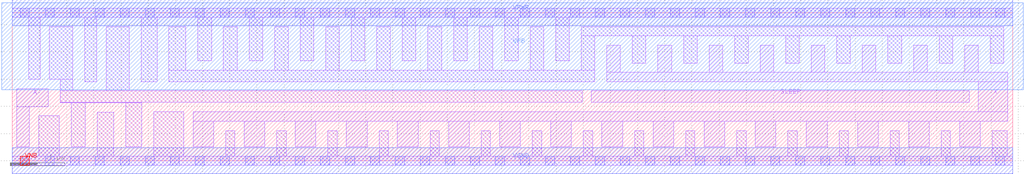
<source format=lef>
# Copyright 2020 The SkyWater PDK Authors
#
# Licensed under the Apache License, Version 2.0 (the "License");
# you may not use this file except in compliance with the License.
# You may obtain a copy of the License at
#
#     https://www.apache.org/licenses/LICENSE-2.0
#
# Unless required by applicable law or agreed to in writing, software
# distributed under the License is distributed on an "AS IS" BASIS,
# WITHOUT WARRANTIES OR CONDITIONS OF ANY KIND, either express or implied.
# See the License for the specific language governing permissions and
# limitations under the License.
#
# SPDX-License-Identifier: Apache-2.0

VERSION 5.7 ;
  NOWIREEXTENSIONATPIN ON ;
  DIVIDERCHAR "/" ;
  BUSBITCHARS "[]" ;
PROPERTYDEFINITIONS
  MACRO maskLayoutSubType STRING ;
  MACRO prCellType STRING ;
  MACRO originalViewName STRING ;
END PROPERTYDEFINITIONS
MACRO sky130_fd_sc_hdll__isobufsrc_16
  CLASS CORE ;
  FOREIGN sky130_fd_sc_hdll__isobufsrc_16 ;
  ORIGIN  0.000000  0.000000 ;
  SIZE  18.40000 BY  2.720000 ;
  SYMMETRY X Y R90 ;
  SITE unithd ;
  PIN A
    ANTENNAGATEAREA  1.110000 ;
    DIRECTION INPUT ;
    USE SIGNAL ;
    PORT
      LAYER li1 ;
        RECT 0.085000 0.255000 0.315000 0.995000 ;
        RECT 0.085000 0.995000 0.665000 1.325000 ;
    END
  END A
  PIN SLEEP
    ANTENNAGATEAREA  4.440000 ;
    DIRECTION INPUT ;
    USE SIGNAL ;
    PORT
      LAYER li1 ;
        RECT 10.650000 1.075000 17.600000 1.285000 ;
    END
  END SLEEP
  PIN VNB
    PORT
      LAYER pwell ;
        RECT 0.145000 -0.085000 0.315000 0.085000 ;
    END
  END VNB
  PIN VPB
    PORT
      LAYER nwell ;
        RECT -0.190000 1.305000 18.590000 2.910000 ;
    END
  END VPB
  PIN X
    ANTENNADIFFAREA  5.713000 ;
    DIRECTION OUTPUT ;
    USE SIGNAL ;
    PORT
      LAYER li1 ;
        RECT  3.325000 0.255000  3.705000 0.725000 ;
        RECT  3.325000 0.725000 18.305000 0.905000 ;
        RECT  4.265000 0.255000  4.645000 0.725000 ;
        RECT  5.205000 0.255000  5.585000 0.725000 ;
        RECT  6.145000 0.255000  6.525000 0.725000 ;
        RECT  7.085000 0.255000  7.465000 0.725000 ;
        RECT  8.025000 0.255000  8.405000 0.725000 ;
        RECT  8.965000 0.255000  9.345000 0.725000 ;
        RECT  9.905000 0.255000 10.285000 0.725000 ;
        RECT 10.845000 0.255000 11.225000 0.725000 ;
        RECT 10.935000 1.455000 18.305000 1.625000 ;
        RECT 10.935000 1.625000 11.185000 2.125000 ;
        RECT 11.785000 0.255000 12.165000 0.725000 ;
        RECT 11.875000 1.625000 12.125000 2.125000 ;
        RECT 12.725000 0.255000 13.105000 0.725000 ;
        RECT 12.815000 1.625000 13.065000 2.125000 ;
        RECT 13.665000 0.255000 14.045000 0.725000 ;
        RECT 13.755000 1.625000 14.005000 2.125000 ;
        RECT 14.605000 0.255000 14.985000 0.725000 ;
        RECT 14.695000 1.625000 14.945000 2.125000 ;
        RECT 15.545000 0.255000 15.925000 0.725000 ;
        RECT 15.635000 1.625000 15.885000 2.125000 ;
        RECT 16.485000 0.255000 16.865000 0.725000 ;
        RECT 16.575000 1.625000 16.825000 2.125000 ;
        RECT 17.425000 0.255000 17.805000 0.725000 ;
        RECT 17.515000 1.625000 17.765000 2.125000 ;
        RECT 17.770000 0.905000 18.305000 1.455000 ;
    END
  END X
  PIN VGND
    DIRECTION INOUT ;
    USE GROUND ;
    PORT
      LAYER met1 ;
        RECT 0.000000 -0.240000 18.400000 0.240000 ;
    END
  END VGND
  PIN VPWR
    DIRECTION INOUT ;
    USE POWER ;
    PORT
      LAYER met1 ;
        RECT 0.000000 2.480000 18.400000 2.960000 ;
    END
  END VPWR
  OBS
    LAYER li1 ;
      RECT  0.000000 -0.085000 18.400000 0.085000 ;
      RECT  0.000000  2.635000 18.400000 2.805000 ;
      RECT  0.300000  1.495000  0.515000 2.635000 ;
      RECT  0.485000  0.085000  0.865000 0.825000 ;
      RECT  0.685000  1.495000  1.115000 2.465000 ;
      RECT  0.885000  1.065000  2.385000 1.075000 ;
      RECT  0.885000  1.075000 10.480000 1.285000 ;
      RECT  0.885000  1.285000  1.115000 1.495000 ;
      RECT  1.085000  0.255000  1.345000 1.065000 ;
      RECT  1.335000  1.455000  1.555000 2.635000 ;
      RECT  1.565000  0.085000  1.865000 0.895000 ;
      RECT  1.725000  1.285000  2.155000 2.465000 ;
      RECT  2.085000  0.255000  2.385000 1.065000 ;
      RECT  2.375000  1.455000  2.670000 2.635000 ;
      RECT  2.605000  0.085000  3.155000 0.905000 ;
      RECT  2.875000  1.455000 10.715000 1.665000 ;
      RECT  2.875000  1.665000  3.195000 2.465000 ;
      RECT  3.415000  1.835000  3.665000 2.635000 ;
      RECT  3.885000  1.665000  4.135000 2.465000 ;
      RECT  3.925000  0.085000  4.095000 0.555000 ;
      RECT  4.355000  1.835000  4.605000 2.635000 ;
      RECT  4.825000  1.665000  5.075000 2.465000 ;
      RECT  4.865000  0.085000  5.035000 0.555000 ;
      RECT  5.295000  1.835000  5.545000 2.635000 ;
      RECT  5.765000  1.665000  6.015000 2.465000 ;
      RECT  5.805000  0.085000  5.975000 0.555000 ;
      RECT  6.235000  1.835000  6.485000 2.635000 ;
      RECT  6.705000  1.665000  6.955000 2.465000 ;
      RECT  6.745000  0.085000  6.915000 0.555000 ;
      RECT  7.175000  1.835000  7.425000 2.635000 ;
      RECT  7.645000  1.665000  7.895000 2.465000 ;
      RECT  7.685000  0.085000  7.855000 0.555000 ;
      RECT  8.115000  1.835000  8.365000 2.635000 ;
      RECT  8.585000  1.665000  8.835000 2.465000 ;
      RECT  8.625000  0.085000  8.795000 0.555000 ;
      RECT  9.055000  1.835000  9.305000 2.635000 ;
      RECT  9.525000  1.665000  9.775000 2.465000 ;
      RECT  9.565000  0.085000  9.735000 0.555000 ;
      RECT  9.995000  1.835000 10.245000 2.635000 ;
      RECT 10.465000  1.665000 10.715000 2.295000 ;
      RECT 10.465000  2.295000 18.235000 2.465000 ;
      RECT 10.505000  0.085000 10.675000 0.555000 ;
      RECT 11.405000  1.795000 11.655000 2.295000 ;
      RECT 11.445000  0.085000 11.615000 0.555000 ;
      RECT 12.345000  1.795000 12.595000 2.295000 ;
      RECT 12.385000  0.085000 12.555000 0.555000 ;
      RECT 13.285000  1.795000 13.535000 2.295000 ;
      RECT 13.325000  0.085000 13.495000 0.555000 ;
      RECT 14.225000  1.795000 14.475000 2.295000 ;
      RECT 14.265000  0.085000 14.435000 0.555000 ;
      RECT 15.165000  1.795000 15.415000 2.295000 ;
      RECT 15.205000  0.085000 15.375000 0.555000 ;
      RECT 16.105000  1.795000 16.355000 2.295000 ;
      RECT 16.145000  0.085000 16.315000 0.555000 ;
      RECT 17.045000  1.795000 17.295000 2.295000 ;
      RECT 17.085000  0.085000 17.255000 0.555000 ;
      RECT 17.985000  1.795000 18.235000 2.295000 ;
      RECT 18.025000  0.085000 18.295000 0.555000 ;
    LAYER mcon ;
      RECT  0.145000 -0.085000  0.315000 0.085000 ;
      RECT  0.145000  2.635000  0.315000 2.805000 ;
      RECT  0.605000 -0.085000  0.775000 0.085000 ;
      RECT  0.605000  2.635000  0.775000 2.805000 ;
      RECT  1.065000 -0.085000  1.235000 0.085000 ;
      RECT  1.065000  2.635000  1.235000 2.805000 ;
      RECT  1.525000 -0.085000  1.695000 0.085000 ;
      RECT  1.525000  2.635000  1.695000 2.805000 ;
      RECT  1.985000 -0.085000  2.155000 0.085000 ;
      RECT  1.985000  2.635000  2.155000 2.805000 ;
      RECT  2.445000 -0.085000  2.615000 0.085000 ;
      RECT  2.445000  2.635000  2.615000 2.805000 ;
      RECT  2.905000 -0.085000  3.075000 0.085000 ;
      RECT  2.905000  2.635000  3.075000 2.805000 ;
      RECT  3.365000 -0.085000  3.535000 0.085000 ;
      RECT  3.365000  2.635000  3.535000 2.805000 ;
      RECT  3.825000 -0.085000  3.995000 0.085000 ;
      RECT  3.825000  2.635000  3.995000 2.805000 ;
      RECT  4.285000 -0.085000  4.455000 0.085000 ;
      RECT  4.285000  2.635000  4.455000 2.805000 ;
      RECT  4.745000 -0.085000  4.915000 0.085000 ;
      RECT  4.745000  2.635000  4.915000 2.805000 ;
      RECT  5.205000 -0.085000  5.375000 0.085000 ;
      RECT  5.205000  2.635000  5.375000 2.805000 ;
      RECT  5.665000 -0.085000  5.835000 0.085000 ;
      RECT  5.665000  2.635000  5.835000 2.805000 ;
      RECT  6.125000 -0.085000  6.295000 0.085000 ;
      RECT  6.125000  2.635000  6.295000 2.805000 ;
      RECT  6.585000 -0.085000  6.755000 0.085000 ;
      RECT  6.585000  2.635000  6.755000 2.805000 ;
      RECT  7.045000 -0.085000  7.215000 0.085000 ;
      RECT  7.045000  2.635000  7.215000 2.805000 ;
      RECT  7.505000 -0.085000  7.675000 0.085000 ;
      RECT  7.505000  2.635000  7.675000 2.805000 ;
      RECT  7.965000 -0.085000  8.135000 0.085000 ;
      RECT  7.965000  2.635000  8.135000 2.805000 ;
      RECT  8.425000 -0.085000  8.595000 0.085000 ;
      RECT  8.425000  2.635000  8.595000 2.805000 ;
      RECT  8.885000 -0.085000  9.055000 0.085000 ;
      RECT  8.885000  2.635000  9.055000 2.805000 ;
      RECT  9.345000 -0.085000  9.515000 0.085000 ;
      RECT  9.345000  2.635000  9.515000 2.805000 ;
      RECT  9.805000 -0.085000  9.975000 0.085000 ;
      RECT  9.805000  2.635000  9.975000 2.805000 ;
      RECT 10.265000 -0.085000 10.435000 0.085000 ;
      RECT 10.265000  2.635000 10.435000 2.805000 ;
      RECT 10.725000 -0.085000 10.895000 0.085000 ;
      RECT 10.725000  2.635000 10.895000 2.805000 ;
      RECT 11.185000 -0.085000 11.355000 0.085000 ;
      RECT 11.185000  2.635000 11.355000 2.805000 ;
      RECT 11.645000 -0.085000 11.815000 0.085000 ;
      RECT 11.645000  2.635000 11.815000 2.805000 ;
      RECT 12.105000 -0.085000 12.275000 0.085000 ;
      RECT 12.105000  2.635000 12.275000 2.805000 ;
      RECT 12.565000 -0.085000 12.735000 0.085000 ;
      RECT 12.565000  2.635000 12.735000 2.805000 ;
      RECT 13.025000 -0.085000 13.195000 0.085000 ;
      RECT 13.025000  2.635000 13.195000 2.805000 ;
      RECT 13.485000 -0.085000 13.655000 0.085000 ;
      RECT 13.485000  2.635000 13.655000 2.805000 ;
      RECT 13.945000 -0.085000 14.115000 0.085000 ;
      RECT 13.945000  2.635000 14.115000 2.805000 ;
      RECT 14.405000 -0.085000 14.575000 0.085000 ;
      RECT 14.405000  2.635000 14.575000 2.805000 ;
      RECT 14.865000 -0.085000 15.035000 0.085000 ;
      RECT 14.865000  2.635000 15.035000 2.805000 ;
      RECT 15.325000 -0.085000 15.495000 0.085000 ;
      RECT 15.325000  2.635000 15.495000 2.805000 ;
      RECT 15.785000 -0.085000 15.955000 0.085000 ;
      RECT 15.785000  2.635000 15.955000 2.805000 ;
      RECT 16.245000 -0.085000 16.415000 0.085000 ;
      RECT 16.245000  2.635000 16.415000 2.805000 ;
      RECT 16.705000 -0.085000 16.875000 0.085000 ;
      RECT 16.705000  2.635000 16.875000 2.805000 ;
      RECT 17.165000 -0.085000 17.335000 0.085000 ;
      RECT 17.165000  2.635000 17.335000 2.805000 ;
      RECT 17.625000 -0.085000 17.795000 0.085000 ;
      RECT 17.625000  2.635000 17.795000 2.805000 ;
      RECT 18.085000 -0.085000 18.255000 0.085000 ;
      RECT 18.085000  2.635000 18.255000 2.805000 ;
  END
  PROPERTY maskLayoutSubType "abstract" ;
  PROPERTY prCellType "standard" ;
  PROPERTY originalViewName "layout" ;
END sky130_fd_sc_hdll__isobufsrc_16
END LIBRARY

</source>
